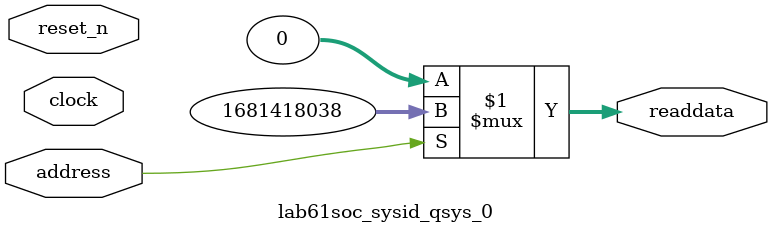
<source format=v>



// synthesis translate_off
`timescale 1ns / 1ps
// synthesis translate_on

// turn off superfluous verilog processor warnings 
// altera message_level Level1 
// altera message_off 10034 10035 10036 10037 10230 10240 10030 

module lab61soc_sysid_qsys_0 (
               // inputs:
                address,
                clock,
                reset_n,

               // outputs:
                readdata
             )
;

  output  [ 31: 0] readdata;
  input            address;
  input            clock;
  input            reset_n;

  wire    [ 31: 0] readdata;
  //control_slave, which is an e_avalon_slave
  assign readdata = address ? 1681418038 : 0;

endmodule



</source>
